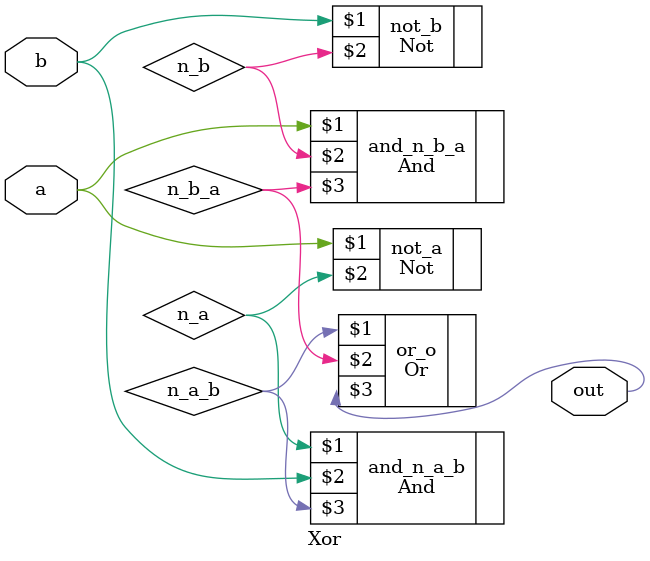
<source format=v>
/**
 * Exclusive-or gate:
 * out = not (a == b)
 */
`default_nettype none

module Xor(
	input wire a,
	input wire b,
	output wire out
);

// assign out = a ^ b;

wire n_a, n_b, n_a_b, n_b_a;

Not not_a(a, n_a);
Not not_b(b, n_b);
And and_n_a_b(n_a, b, n_a_b);
And and_n_b_a(a, n_b, n_b_a);
Or or_o(n_a_b, n_b_a, out);

endmodule

</source>
